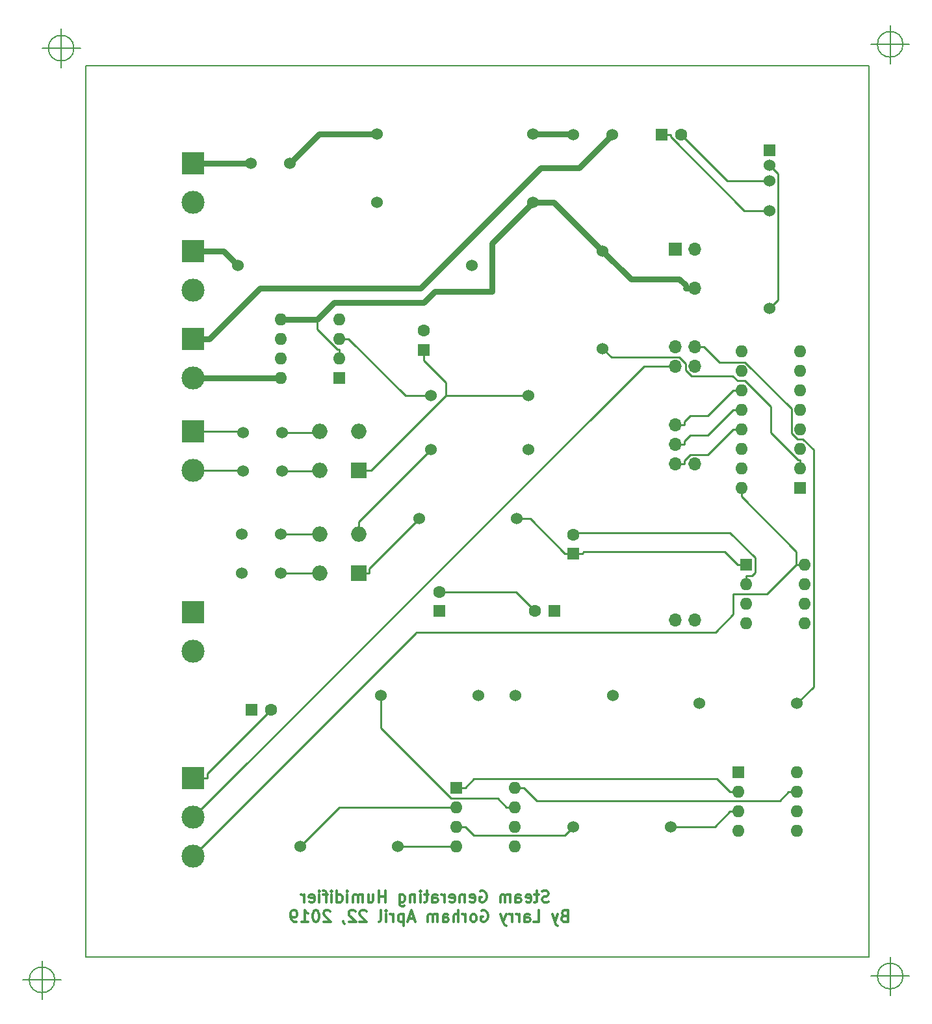
<source format=gbr>
%TF.GenerationSoftware,KiCad,Pcbnew,(5.1.0)-1*%
%TF.CreationDate,2019-04-24T14:24:48-04:00*%
%TF.ProjectId,SGschematic,53477363-6865-46d6-9174-69632e6b6963,rev?*%
%TF.SameCoordinates,Original*%
%TF.FileFunction,Copper,L2,Bot*%
%TF.FilePolarity,Positive*%
%FSLAX46Y46*%
G04 Gerber Fmt 4.6, Leading zero omitted, Abs format (unit mm)*
G04 Created by KiCad (PCBNEW (5.1.0)-1) date 2019-04-24 14:24:48*
%MOMM*%
%LPD*%
G04 APERTURE LIST*
%ADD10C,0.150000*%
%ADD11C,0.300000*%
%ADD12R,1.700000X1.700000*%
%ADD13O,1.700000X1.700000*%
%ADD14O,1.600000X1.600000*%
%ADD15R,1.600000X1.600000*%
%ADD16C,1.524000*%
%ADD17R,1.524000X1.524000*%
%ADD18C,1.600000*%
%ADD19R,2.000000X2.000000*%
%ADD20O,2.000000X2.000000*%
%ADD21C,3.000000*%
%ADD22R,3.000000X3.000000*%
%ADD23C,0.250000*%
%ADD24C,0.750000*%
%ADD25C,0.800000*%
G04 APERTURE END LIST*
D10*
X44076666Y-165160000D02*
G75*
G03X44076666Y-165160000I-1666666J0D01*
G01*
X39910000Y-165160000D02*
X44910000Y-165160000D01*
X42410000Y-162660000D02*
X42410000Y-167660000D01*
X46576666Y-43910000D02*
G75*
G03X46576666Y-43910000I-1666666J0D01*
G01*
X42410000Y-43910000D02*
X47410000Y-43910000D01*
X44910000Y-41410000D02*
X44910000Y-46410000D01*
X154576666Y-43410000D02*
G75*
G03X154576666Y-43410000I-1666666J0D01*
G01*
X150410000Y-43410000D02*
X155410000Y-43410000D01*
X152910000Y-40910000D02*
X152910000Y-45910000D01*
X154576666Y-164660000D02*
G75*
G03X154576666Y-164660000I-1666666J0D01*
G01*
X150410000Y-164660000D02*
X155410000Y-164660000D01*
X152910000Y-162160000D02*
X152910000Y-167160000D01*
D11*
X108409999Y-154992142D02*
X108195714Y-155063571D01*
X107838571Y-155063571D01*
X107695714Y-154992142D01*
X107624285Y-154920714D01*
X107552857Y-154777857D01*
X107552857Y-154635000D01*
X107624285Y-154492142D01*
X107695714Y-154420714D01*
X107838571Y-154349285D01*
X108124285Y-154277857D01*
X108267142Y-154206428D01*
X108338571Y-154135000D01*
X108409999Y-153992142D01*
X108409999Y-153849285D01*
X108338571Y-153706428D01*
X108267142Y-153635000D01*
X108124285Y-153563571D01*
X107767142Y-153563571D01*
X107552857Y-153635000D01*
X107124285Y-154063571D02*
X106552857Y-154063571D01*
X106909999Y-153563571D02*
X106909999Y-154849285D01*
X106838571Y-154992142D01*
X106695714Y-155063571D01*
X106552857Y-155063571D01*
X105481428Y-154992142D02*
X105624285Y-155063571D01*
X105909999Y-155063571D01*
X106052857Y-154992142D01*
X106124285Y-154849285D01*
X106124285Y-154277857D01*
X106052857Y-154135000D01*
X105909999Y-154063571D01*
X105624285Y-154063571D01*
X105481428Y-154135000D01*
X105409999Y-154277857D01*
X105409999Y-154420714D01*
X106124285Y-154563571D01*
X104124285Y-155063571D02*
X104124285Y-154277857D01*
X104195714Y-154135000D01*
X104338571Y-154063571D01*
X104624285Y-154063571D01*
X104767142Y-154135000D01*
X104124285Y-154992142D02*
X104267142Y-155063571D01*
X104624285Y-155063571D01*
X104767142Y-154992142D01*
X104838571Y-154849285D01*
X104838571Y-154706428D01*
X104767142Y-154563571D01*
X104624285Y-154492142D01*
X104267142Y-154492142D01*
X104124285Y-154420714D01*
X103409999Y-155063571D02*
X103409999Y-154063571D01*
X103409999Y-154206428D02*
X103338571Y-154135000D01*
X103195714Y-154063571D01*
X102981428Y-154063571D01*
X102838571Y-154135000D01*
X102767142Y-154277857D01*
X102767142Y-155063571D01*
X102767142Y-154277857D02*
X102695714Y-154135000D01*
X102552857Y-154063571D01*
X102338571Y-154063571D01*
X102195714Y-154135000D01*
X102124285Y-154277857D01*
X102124285Y-155063571D01*
X99481428Y-153635000D02*
X99624285Y-153563571D01*
X99838571Y-153563571D01*
X100052857Y-153635000D01*
X100195714Y-153777857D01*
X100267142Y-153920714D01*
X100338571Y-154206428D01*
X100338571Y-154420714D01*
X100267142Y-154706428D01*
X100195714Y-154849285D01*
X100052857Y-154992142D01*
X99838571Y-155063571D01*
X99695714Y-155063571D01*
X99481428Y-154992142D01*
X99409999Y-154920714D01*
X99409999Y-154420714D01*
X99695714Y-154420714D01*
X98195714Y-154992142D02*
X98338571Y-155063571D01*
X98624285Y-155063571D01*
X98767142Y-154992142D01*
X98838571Y-154849285D01*
X98838571Y-154277857D01*
X98767142Y-154135000D01*
X98624285Y-154063571D01*
X98338571Y-154063571D01*
X98195714Y-154135000D01*
X98124285Y-154277857D01*
X98124285Y-154420714D01*
X98838571Y-154563571D01*
X97481428Y-154063571D02*
X97481428Y-155063571D01*
X97481428Y-154206428D02*
X97409999Y-154135000D01*
X97267142Y-154063571D01*
X97052857Y-154063571D01*
X96909999Y-154135000D01*
X96838571Y-154277857D01*
X96838571Y-155063571D01*
X95552857Y-154992142D02*
X95695714Y-155063571D01*
X95981428Y-155063571D01*
X96124285Y-154992142D01*
X96195714Y-154849285D01*
X96195714Y-154277857D01*
X96124285Y-154135000D01*
X95981428Y-154063571D01*
X95695714Y-154063571D01*
X95552857Y-154135000D01*
X95481428Y-154277857D01*
X95481428Y-154420714D01*
X96195714Y-154563571D01*
X94838571Y-155063571D02*
X94838571Y-154063571D01*
X94838571Y-154349285D02*
X94767142Y-154206428D01*
X94695714Y-154135000D01*
X94552857Y-154063571D01*
X94409999Y-154063571D01*
X93267142Y-155063571D02*
X93267142Y-154277857D01*
X93338571Y-154135000D01*
X93481428Y-154063571D01*
X93767142Y-154063571D01*
X93909999Y-154135000D01*
X93267142Y-154992142D02*
X93409999Y-155063571D01*
X93767142Y-155063571D01*
X93909999Y-154992142D01*
X93981428Y-154849285D01*
X93981428Y-154706428D01*
X93909999Y-154563571D01*
X93767142Y-154492142D01*
X93409999Y-154492142D01*
X93267142Y-154420714D01*
X92767142Y-154063571D02*
X92195714Y-154063571D01*
X92552857Y-153563571D02*
X92552857Y-154849285D01*
X92481428Y-154992142D01*
X92338571Y-155063571D01*
X92195714Y-155063571D01*
X91695714Y-155063571D02*
X91695714Y-154063571D01*
X91695714Y-153563571D02*
X91767142Y-153635000D01*
X91695714Y-153706428D01*
X91624285Y-153635000D01*
X91695714Y-153563571D01*
X91695714Y-153706428D01*
X90981428Y-154063571D02*
X90981428Y-155063571D01*
X90981428Y-154206428D02*
X90909999Y-154135000D01*
X90767142Y-154063571D01*
X90552857Y-154063571D01*
X90409999Y-154135000D01*
X90338571Y-154277857D01*
X90338571Y-155063571D01*
X88981428Y-154063571D02*
X88981428Y-155277857D01*
X89052857Y-155420714D01*
X89124285Y-155492142D01*
X89267142Y-155563571D01*
X89481428Y-155563571D01*
X89624285Y-155492142D01*
X88981428Y-154992142D02*
X89124285Y-155063571D01*
X89409999Y-155063571D01*
X89552857Y-154992142D01*
X89624285Y-154920714D01*
X89695714Y-154777857D01*
X89695714Y-154349285D01*
X89624285Y-154206428D01*
X89552857Y-154135000D01*
X89409999Y-154063571D01*
X89124285Y-154063571D01*
X88981428Y-154135000D01*
X87124285Y-155063571D02*
X87124285Y-153563571D01*
X87124285Y-154277857D02*
X86267142Y-154277857D01*
X86267142Y-155063571D02*
X86267142Y-153563571D01*
X84909999Y-154063571D02*
X84909999Y-155063571D01*
X85552857Y-154063571D02*
X85552857Y-154849285D01*
X85481428Y-154992142D01*
X85338571Y-155063571D01*
X85124285Y-155063571D01*
X84981428Y-154992142D01*
X84909999Y-154920714D01*
X84195714Y-155063571D02*
X84195714Y-154063571D01*
X84195714Y-154206428D02*
X84124285Y-154135000D01*
X83981428Y-154063571D01*
X83767142Y-154063571D01*
X83624285Y-154135000D01*
X83552857Y-154277857D01*
X83552857Y-155063571D01*
X83552857Y-154277857D02*
X83481428Y-154135000D01*
X83338571Y-154063571D01*
X83124285Y-154063571D01*
X82981428Y-154135000D01*
X82909999Y-154277857D01*
X82909999Y-155063571D01*
X82195714Y-155063571D02*
X82195714Y-154063571D01*
X82195714Y-153563571D02*
X82267142Y-153635000D01*
X82195714Y-153706428D01*
X82124285Y-153635000D01*
X82195714Y-153563571D01*
X82195714Y-153706428D01*
X80838571Y-155063571D02*
X80838571Y-153563571D01*
X80838571Y-154992142D02*
X80981428Y-155063571D01*
X81267142Y-155063571D01*
X81409999Y-154992142D01*
X81481428Y-154920714D01*
X81552857Y-154777857D01*
X81552857Y-154349285D01*
X81481428Y-154206428D01*
X81409999Y-154135000D01*
X81267142Y-154063571D01*
X80981428Y-154063571D01*
X80838571Y-154135000D01*
X80124285Y-155063571D02*
X80124285Y-154063571D01*
X80124285Y-153563571D02*
X80195714Y-153635000D01*
X80124285Y-153706428D01*
X80052857Y-153635000D01*
X80124285Y-153563571D01*
X80124285Y-153706428D01*
X79624285Y-154063571D02*
X79052857Y-154063571D01*
X79409999Y-155063571D02*
X79409999Y-153777857D01*
X79338571Y-153635000D01*
X79195714Y-153563571D01*
X79052857Y-153563571D01*
X78552857Y-155063571D02*
X78552857Y-154063571D01*
X78552857Y-153563571D02*
X78624285Y-153635000D01*
X78552857Y-153706428D01*
X78481428Y-153635000D01*
X78552857Y-153563571D01*
X78552857Y-153706428D01*
X77267142Y-154992142D02*
X77409999Y-155063571D01*
X77695714Y-155063571D01*
X77838571Y-154992142D01*
X77909999Y-154849285D01*
X77909999Y-154277857D01*
X77838571Y-154135000D01*
X77695714Y-154063571D01*
X77409999Y-154063571D01*
X77267142Y-154135000D01*
X77195714Y-154277857D01*
X77195714Y-154420714D01*
X77909999Y-154563571D01*
X76552857Y-155063571D02*
X76552857Y-154063571D01*
X76552857Y-154349285D02*
X76481428Y-154206428D01*
X76409999Y-154135000D01*
X76267142Y-154063571D01*
X76124285Y-154063571D01*
X110445714Y-156827857D02*
X110231428Y-156899285D01*
X110160000Y-156970714D01*
X110088571Y-157113571D01*
X110088571Y-157327857D01*
X110160000Y-157470714D01*
X110231428Y-157542142D01*
X110374285Y-157613571D01*
X110945714Y-157613571D01*
X110945714Y-156113571D01*
X110445714Y-156113571D01*
X110302857Y-156185000D01*
X110231428Y-156256428D01*
X110160000Y-156399285D01*
X110160000Y-156542142D01*
X110231428Y-156685000D01*
X110302857Y-156756428D01*
X110445714Y-156827857D01*
X110945714Y-156827857D01*
X109588571Y-156613571D02*
X109231428Y-157613571D01*
X108874285Y-156613571D02*
X109231428Y-157613571D01*
X109374285Y-157970714D01*
X109445714Y-158042142D01*
X109588571Y-158113571D01*
X106445714Y-157613571D02*
X107160000Y-157613571D01*
X107160000Y-156113571D01*
X105302857Y-157613571D02*
X105302857Y-156827857D01*
X105374285Y-156685000D01*
X105517142Y-156613571D01*
X105802857Y-156613571D01*
X105945714Y-156685000D01*
X105302857Y-157542142D02*
X105445714Y-157613571D01*
X105802857Y-157613571D01*
X105945714Y-157542142D01*
X106017142Y-157399285D01*
X106017142Y-157256428D01*
X105945714Y-157113571D01*
X105802857Y-157042142D01*
X105445714Y-157042142D01*
X105302857Y-156970714D01*
X104588571Y-157613571D02*
X104588571Y-156613571D01*
X104588571Y-156899285D02*
X104517142Y-156756428D01*
X104445714Y-156685000D01*
X104302857Y-156613571D01*
X104160000Y-156613571D01*
X103660000Y-157613571D02*
X103660000Y-156613571D01*
X103660000Y-156899285D02*
X103588571Y-156756428D01*
X103517142Y-156685000D01*
X103374285Y-156613571D01*
X103231428Y-156613571D01*
X102874285Y-156613571D02*
X102517142Y-157613571D01*
X102160000Y-156613571D02*
X102517142Y-157613571D01*
X102660000Y-157970714D01*
X102731428Y-158042142D01*
X102874285Y-158113571D01*
X99660000Y-156185000D02*
X99802857Y-156113571D01*
X100017142Y-156113571D01*
X100231428Y-156185000D01*
X100374285Y-156327857D01*
X100445714Y-156470714D01*
X100517142Y-156756428D01*
X100517142Y-156970714D01*
X100445714Y-157256428D01*
X100374285Y-157399285D01*
X100231428Y-157542142D01*
X100017142Y-157613571D01*
X99874285Y-157613571D01*
X99660000Y-157542142D01*
X99588571Y-157470714D01*
X99588571Y-156970714D01*
X99874285Y-156970714D01*
X98731428Y-157613571D02*
X98874285Y-157542142D01*
X98945714Y-157470714D01*
X99017142Y-157327857D01*
X99017142Y-156899285D01*
X98945714Y-156756428D01*
X98874285Y-156685000D01*
X98731428Y-156613571D01*
X98517142Y-156613571D01*
X98374285Y-156685000D01*
X98302857Y-156756428D01*
X98231428Y-156899285D01*
X98231428Y-157327857D01*
X98302857Y-157470714D01*
X98374285Y-157542142D01*
X98517142Y-157613571D01*
X98731428Y-157613571D01*
X97588571Y-157613571D02*
X97588571Y-156613571D01*
X97588571Y-156899285D02*
X97517142Y-156756428D01*
X97445714Y-156685000D01*
X97302857Y-156613571D01*
X97160000Y-156613571D01*
X96660000Y-157613571D02*
X96660000Y-156113571D01*
X96017142Y-157613571D02*
X96017142Y-156827857D01*
X96088571Y-156685000D01*
X96231428Y-156613571D01*
X96445714Y-156613571D01*
X96588571Y-156685000D01*
X96660000Y-156756428D01*
X94660000Y-157613571D02*
X94660000Y-156827857D01*
X94731428Y-156685000D01*
X94874285Y-156613571D01*
X95160000Y-156613571D01*
X95302857Y-156685000D01*
X94660000Y-157542142D02*
X94802857Y-157613571D01*
X95160000Y-157613571D01*
X95302857Y-157542142D01*
X95374285Y-157399285D01*
X95374285Y-157256428D01*
X95302857Y-157113571D01*
X95160000Y-157042142D01*
X94802857Y-157042142D01*
X94660000Y-156970714D01*
X93945714Y-157613571D02*
X93945714Y-156613571D01*
X93945714Y-156756428D02*
X93874285Y-156685000D01*
X93731428Y-156613571D01*
X93517142Y-156613571D01*
X93374285Y-156685000D01*
X93302857Y-156827857D01*
X93302857Y-157613571D01*
X93302857Y-156827857D02*
X93231428Y-156685000D01*
X93088571Y-156613571D01*
X92874285Y-156613571D01*
X92731428Y-156685000D01*
X92660000Y-156827857D01*
X92660000Y-157613571D01*
X90874285Y-157185000D02*
X90160000Y-157185000D01*
X91017142Y-157613571D02*
X90517142Y-156113571D01*
X90017142Y-157613571D01*
X89517142Y-156613571D02*
X89517142Y-158113571D01*
X89517142Y-156685000D02*
X89374285Y-156613571D01*
X89088571Y-156613571D01*
X88945714Y-156685000D01*
X88874285Y-156756428D01*
X88802857Y-156899285D01*
X88802857Y-157327857D01*
X88874285Y-157470714D01*
X88945714Y-157542142D01*
X89088571Y-157613571D01*
X89374285Y-157613571D01*
X89517142Y-157542142D01*
X88160000Y-157613571D02*
X88160000Y-156613571D01*
X88160000Y-156899285D02*
X88088571Y-156756428D01*
X88017142Y-156685000D01*
X87874285Y-156613571D01*
X87731428Y-156613571D01*
X87231428Y-157613571D02*
X87231428Y-156613571D01*
X87231428Y-156113571D02*
X87302857Y-156185000D01*
X87231428Y-156256428D01*
X87160000Y-156185000D01*
X87231428Y-156113571D01*
X87231428Y-156256428D01*
X86302857Y-157613571D02*
X86445714Y-157542142D01*
X86517142Y-157399285D01*
X86517142Y-156113571D01*
X84660000Y-156256428D02*
X84588571Y-156185000D01*
X84445714Y-156113571D01*
X84088571Y-156113571D01*
X83945714Y-156185000D01*
X83874285Y-156256428D01*
X83802857Y-156399285D01*
X83802857Y-156542142D01*
X83874285Y-156756428D01*
X84731428Y-157613571D01*
X83802857Y-157613571D01*
X83231428Y-156256428D02*
X83160000Y-156185000D01*
X83017142Y-156113571D01*
X82660000Y-156113571D01*
X82517142Y-156185000D01*
X82445714Y-156256428D01*
X82374285Y-156399285D01*
X82374285Y-156542142D01*
X82445714Y-156756428D01*
X83302857Y-157613571D01*
X82374285Y-157613571D01*
X81660000Y-157542142D02*
X81660000Y-157613571D01*
X81731428Y-157756428D01*
X81802857Y-157827857D01*
X79945714Y-156256428D02*
X79874285Y-156185000D01*
X79731428Y-156113571D01*
X79374285Y-156113571D01*
X79231428Y-156185000D01*
X79160000Y-156256428D01*
X79088571Y-156399285D01*
X79088571Y-156542142D01*
X79160000Y-156756428D01*
X80017142Y-157613571D01*
X79088571Y-157613571D01*
X78160000Y-156113571D02*
X78017142Y-156113571D01*
X77874285Y-156185000D01*
X77802857Y-156256428D01*
X77731428Y-156399285D01*
X77660000Y-156685000D01*
X77660000Y-157042142D01*
X77731428Y-157327857D01*
X77802857Y-157470714D01*
X77874285Y-157542142D01*
X78017142Y-157613571D01*
X78160000Y-157613571D01*
X78302857Y-157542142D01*
X78374285Y-157470714D01*
X78445714Y-157327857D01*
X78517142Y-157042142D01*
X78517142Y-156685000D01*
X78445714Y-156399285D01*
X78374285Y-156256428D01*
X78302857Y-156185000D01*
X78160000Y-156113571D01*
X76231428Y-157613571D02*
X77088571Y-157613571D01*
X76660000Y-157613571D02*
X76660000Y-156113571D01*
X76802857Y-156327857D01*
X76945714Y-156470714D01*
X77088571Y-156542142D01*
X75517142Y-157613571D02*
X75231428Y-157613571D01*
X75088571Y-157542142D01*
X75017142Y-157470714D01*
X74874285Y-157256428D01*
X74802857Y-156970714D01*
X74802857Y-156399285D01*
X74874285Y-156256428D01*
X74945714Y-156185000D01*
X75088571Y-156113571D01*
X75374285Y-156113571D01*
X75517142Y-156185000D01*
X75588571Y-156256428D01*
X75660000Y-156399285D01*
X75660000Y-156756428D01*
X75588571Y-156899285D01*
X75517142Y-156970714D01*
X75374285Y-157042142D01*
X75088571Y-157042142D01*
X74945714Y-156970714D01*
X74874285Y-156899285D01*
X74802857Y-156756428D01*
D10*
X48160000Y-162160000D02*
X48160000Y-46160000D01*
X150160000Y-162160000D02*
X48160000Y-162160000D01*
X150160000Y-46160000D02*
X150160000Y-162160000D01*
X48160000Y-46160000D02*
X150160000Y-46160000D01*
D12*
X124890000Y-70030000D03*
D13*
X127430000Y-70030000D03*
X127430000Y-75110000D03*
X124890000Y-82730000D03*
X127430000Y-82730000D03*
X124890000Y-85270000D03*
X127430000Y-85270000D03*
X124890000Y-92890000D03*
X124890000Y-95430000D03*
X124890000Y-97970000D03*
X127430000Y-97970000D03*
X124890000Y-118290000D03*
X127430000Y-118290000D03*
D14*
X141780000Y-111160000D03*
X134160000Y-118780000D03*
X141780000Y-113700000D03*
X134160000Y-116240000D03*
X141780000Y-116240000D03*
X134160000Y-113700000D03*
X141780000Y-118780000D03*
D15*
X134160000Y-111160000D03*
D16*
X137160000Y-59160000D03*
D17*
X137160000Y-57160000D03*
D16*
X137160000Y-61160000D03*
X106400000Y-55050000D03*
X106400000Y-63940000D03*
X86080000Y-55050000D03*
X86080000Y-63940000D03*
X68620000Y-98910000D03*
X73700000Y-98910000D03*
D18*
X92160000Y-80660000D03*
D15*
X92160000Y-83160000D03*
D14*
X73560000Y-86800000D03*
X81180000Y-79180000D03*
X73560000Y-84260000D03*
X81180000Y-81720000D03*
X73560000Y-81720000D03*
X81180000Y-84260000D03*
X73560000Y-79180000D03*
D15*
X81180000Y-86800000D03*
D14*
X140780000Y-138160000D03*
X133160000Y-145780000D03*
X140780000Y-140700000D03*
X133160000Y-143240000D03*
X140780000Y-143240000D03*
X133160000Y-140700000D03*
X140780000Y-145780000D03*
D15*
X133160000Y-138160000D03*
D18*
X94160000Y-114660000D03*
D15*
X94160000Y-117160000D03*
D18*
X72250000Y-129980000D03*
D15*
X69750000Y-129980000D03*
D18*
X111660000Y-107200000D03*
D15*
X111660000Y-109700000D03*
D18*
X106660000Y-117160000D03*
D15*
X109160000Y-117160000D03*
D18*
X125660000Y-55160000D03*
D15*
X123160000Y-55160000D03*
D14*
X133540000Y-101160000D03*
X141160000Y-83380000D03*
X133540000Y-98620000D03*
X141160000Y-85920000D03*
X133540000Y-96080000D03*
X141160000Y-88460000D03*
X133540000Y-93540000D03*
X141160000Y-91000000D03*
X133540000Y-91000000D03*
X141160000Y-93540000D03*
X133540000Y-88460000D03*
X141160000Y-96080000D03*
X133540000Y-85920000D03*
X141160000Y-98620000D03*
X133540000Y-83380000D03*
D15*
X141160000Y-101160000D03*
D16*
X68480000Y-112200000D03*
X73560000Y-112200000D03*
X111620000Y-55160000D03*
X116700000Y-55160000D03*
X68620000Y-93910000D03*
X73700000Y-93910000D03*
X69620000Y-58860000D03*
X74700000Y-58860000D03*
X68480000Y-107120000D03*
X73560000Y-107120000D03*
X67920000Y-72160000D03*
X98400000Y-72160000D03*
X137160000Y-77780000D03*
X137160000Y-65080000D03*
X115470000Y-70290000D03*
X115470000Y-82990000D03*
X105780000Y-96160000D03*
X93080000Y-96160000D03*
X86540000Y-128160000D03*
X99240000Y-128160000D03*
X76100000Y-147760000D03*
X88800000Y-147760000D03*
X111660000Y-145220000D03*
X124360000Y-145220000D03*
X140780000Y-129160000D03*
X128080000Y-129160000D03*
X91540000Y-105160000D03*
X104240000Y-105160000D03*
X105780000Y-89160000D03*
X93080000Y-89160000D03*
X116780000Y-128160000D03*
X104080000Y-128160000D03*
D19*
X83720000Y-112200000D03*
D20*
X78640000Y-107120000D03*
X83720000Y-107120000D03*
X78640000Y-112200000D03*
D19*
X83720000Y-98865000D03*
D20*
X78640000Y-93785000D03*
X83720000Y-93785000D03*
X78640000Y-98865000D03*
D21*
X62130000Y-63940000D03*
D22*
X62130000Y-58860000D03*
D21*
X62130000Y-75370000D03*
D22*
X62130000Y-70290000D03*
D21*
X62130000Y-86800000D03*
D22*
X62130000Y-81720000D03*
D21*
X62130000Y-98865000D03*
D22*
X62130000Y-93785000D03*
D21*
X62130000Y-122360000D03*
D22*
X62130000Y-117280000D03*
D21*
X62130000Y-149030000D03*
X62130000Y-143950000D03*
D22*
X62130000Y-138870000D03*
D14*
X104040000Y-140140000D03*
X96420000Y-147760000D03*
X104040000Y-142680000D03*
X96420000Y-145220000D03*
X104040000Y-145220000D03*
X96420000Y-142680000D03*
X104040000Y-147760000D03*
D15*
X96420000Y-140140000D03*
D23*
X137160000Y-77780000D02*
X138249400Y-76690600D01*
X138249400Y-76690600D02*
X138249400Y-60249400D01*
X138249400Y-60249400D02*
X137160000Y-59160000D01*
D24*
X127430000Y-75110000D02*
X126254700Y-75110000D01*
D23*
X126254700Y-75110000D02*
X126254700Y-74742600D01*
D24*
X126254700Y-74742600D02*
X125446800Y-73934700D01*
X125446800Y-73934700D02*
X119114700Y-73934700D01*
X119114700Y-73934700D02*
X115470000Y-70290000D01*
X115470000Y-70290000D02*
X109120000Y-63940000D01*
X109120000Y-63940000D02*
X106400000Y-63940000D01*
X73560000Y-79180000D02*
X74685300Y-79180000D01*
D23*
X106660000Y-117160000D02*
X104160000Y-114660000D01*
X104160000Y-114660000D02*
X94160000Y-114660000D01*
X96420000Y-140140000D02*
X97545300Y-140140000D01*
X133160000Y-140700000D02*
X132034700Y-140700000D01*
X132034700Y-140700000D02*
X130349400Y-139014700D01*
X130349400Y-139014700D02*
X98670600Y-139014700D01*
X98670600Y-139014700D02*
X97545300Y-140140000D01*
X62130000Y-138870000D02*
X63955300Y-138870000D01*
X63955300Y-138870000D02*
X63955300Y-138274700D01*
X63955300Y-138274700D02*
X72250000Y-129980000D01*
D25*
X93570000Y-75590000D02*
X101010000Y-75590000D01*
X101010000Y-69330000D02*
X106400000Y-63940000D01*
X101010000Y-75590000D02*
X101010000Y-69330000D01*
X74685300Y-79180000D02*
X78260000Y-79180000D01*
X80430000Y-77010000D02*
X92150000Y-77010000D01*
X78260000Y-79180000D02*
X80430000Y-77010000D01*
X92150000Y-77010000D02*
X93570000Y-75590000D01*
D23*
X81180000Y-83134700D02*
X81180000Y-84260000D01*
X80898600Y-83134700D02*
X81180000Y-83134700D01*
X78260000Y-79180000D02*
X78260000Y-80496100D01*
X78260000Y-80496100D02*
X80898600Y-83134700D01*
X131660000Y-61160000D02*
X137160000Y-61160000D01*
X125660000Y-55160000D02*
X131660000Y-61160000D01*
D25*
X64230300Y-81720000D02*
X70820400Y-75129900D01*
X70820400Y-75129900D02*
X91758000Y-75129900D01*
X91758000Y-75129900D02*
X107381700Y-59506200D01*
X107381700Y-59506200D02*
X112353800Y-59506200D01*
X112353800Y-59506200D02*
X116700000Y-55160000D01*
X62130000Y-81720000D02*
X64230300Y-81720000D01*
D23*
X96420000Y-142680000D02*
X81180000Y-142680000D01*
X81180000Y-142680000D02*
X76100000Y-147760000D01*
X104040000Y-142680000D02*
X102914700Y-142680000D01*
X86540000Y-128160000D02*
X86540000Y-132381100D01*
X86540000Y-132381100D02*
X95713600Y-141554700D01*
X95713600Y-141554700D02*
X101789400Y-141554700D01*
X101789400Y-141554700D02*
X102914700Y-142680000D01*
X96420000Y-145220000D02*
X97545300Y-145220000D01*
X111660000Y-145220000D02*
X110534700Y-146345300D01*
X110534700Y-146345300D02*
X98670600Y-146345300D01*
X98670600Y-146345300D02*
X97545300Y-145220000D01*
X140780000Y-140700000D02*
X139654700Y-140700000D01*
X104040000Y-140140000D02*
X105165300Y-140140000D01*
X105165300Y-140140000D02*
X106850600Y-141825300D01*
X106850600Y-141825300D02*
X138529400Y-141825300D01*
X138529400Y-141825300D02*
X139654700Y-140700000D01*
X88800000Y-147760000D02*
X96420000Y-147760000D01*
X133160000Y-143240000D02*
X132034700Y-143240000D01*
X124360000Y-145220000D02*
X130054700Y-145220000D01*
X130054700Y-145220000D02*
X132034700Y-143240000D01*
X111660000Y-109700000D02*
X110534700Y-109700000D01*
X104240000Y-105160000D02*
X105994700Y-105160000D01*
X105994700Y-105160000D02*
X110534700Y-109700000D01*
X111660000Y-109700000D02*
X112785300Y-109700000D01*
X134160000Y-111160000D02*
X133034700Y-111160000D01*
X133034700Y-111160000D02*
X131349700Y-109475000D01*
X131349700Y-109475000D02*
X113010300Y-109475000D01*
X113010300Y-109475000D02*
X112785300Y-109700000D01*
X83720000Y-107120000D02*
X83720000Y-105520000D01*
X83720000Y-105520000D02*
X93080000Y-96160000D01*
X134160000Y-113700000D02*
X134160000Y-112574700D01*
X134160000Y-112574700D02*
X134863300Y-112574700D01*
X134863300Y-112574700D02*
X135285400Y-112152600D01*
X135285400Y-112152600D02*
X135285400Y-110223000D01*
X135285400Y-110223000D02*
X132007400Y-106945000D01*
X132007400Y-106945000D02*
X111915000Y-106945000D01*
X111915000Y-106945000D02*
X111660000Y-107200000D01*
X141160000Y-98620000D02*
X141160000Y-97494700D01*
X115470000Y-82990000D02*
X116574600Y-84094600D01*
X116574600Y-84094600D02*
X125415600Y-84094600D01*
X125415600Y-84094600D02*
X126254600Y-84933600D01*
X126254600Y-84933600D02*
X126254600Y-85795600D01*
X126254600Y-85795600D02*
X126999000Y-86540000D01*
X126999000Y-86540000D02*
X132359800Y-86540000D01*
X132359800Y-86540000D02*
X133009800Y-87190000D01*
X133009800Y-87190000D02*
X133941100Y-87190000D01*
X133941100Y-87190000D02*
X137350000Y-90598900D01*
X137350000Y-90598900D02*
X137350000Y-93966000D01*
X137350000Y-93966000D02*
X140878700Y-97494700D01*
X140878700Y-97494700D02*
X141160000Y-97494700D01*
X133540000Y-101160000D02*
X133540000Y-102285300D01*
X133540000Y-102285300D02*
X140654700Y-109400000D01*
X140654700Y-109400000D02*
X140654700Y-111160000D01*
X141780000Y-111160000D02*
X140654700Y-111160000D01*
X136844700Y-114970000D02*
X140654700Y-111160000D01*
X132469500Y-114970000D02*
X136844700Y-114970000D01*
X62130000Y-149030000D02*
X90418400Y-120741600D01*
X91160000Y-119910000D02*
X130160000Y-119910000D01*
X130160000Y-119910000D02*
X132469500Y-117600500D01*
X132469500Y-117600500D02*
X132469500Y-114970000D01*
X91160000Y-120000000D02*
X90418400Y-120741600D01*
X91160000Y-119910000D02*
X91160000Y-120000000D01*
D24*
X62130000Y-86800000D02*
X73560000Y-86800000D01*
D23*
X123160000Y-55160000D02*
X124285300Y-55160000D01*
X137160000Y-65080000D02*
X133924000Y-65080000D01*
X133924000Y-65080000D02*
X124285300Y-55441300D01*
X124285300Y-55441300D02*
X124285300Y-55160000D01*
X62130000Y-143950000D02*
X120810000Y-85270000D01*
X120810000Y-85270000D02*
X124890000Y-85270000D01*
X78595000Y-98910000D02*
X78640000Y-98865000D01*
X73700000Y-98910000D02*
X78595000Y-98910000D01*
X68495000Y-93785000D02*
X68620000Y-93910000D01*
X62130000Y-93785000D02*
X68495000Y-93785000D01*
D25*
X62130000Y-70290000D02*
X66050000Y-70290000D01*
X66050000Y-70290000D02*
X67920000Y-72160000D01*
X62130000Y-58860000D02*
X69620000Y-58860000D01*
D23*
X127430000Y-82730000D02*
X128605300Y-82730000D01*
X140780000Y-129160000D02*
X142926300Y-127013700D01*
X142926300Y-127013700D02*
X142926300Y-96189700D01*
X142926300Y-96189700D02*
X141546600Y-94810000D01*
X141546600Y-94810000D02*
X140790600Y-94810000D01*
X140790600Y-94810000D02*
X140034700Y-94054100D01*
X140034700Y-94054100D02*
X140034700Y-90822300D01*
X140034700Y-90822300D02*
X134007000Y-84794600D01*
X134007000Y-84794600D02*
X130669900Y-84794600D01*
X130669900Y-84794600D02*
X128605300Y-82730000D01*
D25*
X86080000Y-55050000D02*
X78510000Y-55050000D01*
X78510000Y-55050000D02*
X74700000Y-58860000D01*
D23*
X83720000Y-112200000D02*
X85045300Y-112200000D01*
X85045300Y-112200000D02*
X85045300Y-111654700D01*
X85045300Y-111654700D02*
X91540000Y-105160000D01*
X92160000Y-83160000D02*
X92160000Y-84560300D01*
X95025300Y-89160000D02*
X105780000Y-89160000D01*
X85320300Y-98865000D02*
X95025300Y-89160000D01*
X95025300Y-89160000D02*
X95025300Y-87425600D01*
X95025300Y-87425600D02*
X92160000Y-84560300D01*
X83720000Y-98865000D02*
X85320300Y-98865000D01*
X124890000Y-92890000D02*
X126065300Y-92890000D01*
X133540000Y-88460000D02*
X132414700Y-88460000D01*
X132414700Y-88460000D02*
X129160000Y-91714700D01*
X129160000Y-91714700D02*
X126873200Y-91714700D01*
X126873200Y-91714700D02*
X126065300Y-92522600D01*
X126065300Y-92522600D02*
X126065300Y-92890000D01*
X124890000Y-95430000D02*
X126065300Y-95430000D01*
X133540000Y-91000000D02*
X132414700Y-91000000D01*
X132414700Y-91000000D02*
X129160000Y-94254700D01*
X129160000Y-94254700D02*
X126873200Y-94254700D01*
X126873200Y-94254700D02*
X126065300Y-95062600D01*
X126065300Y-95062600D02*
X126065300Y-95430000D01*
X124890000Y-97970000D02*
X126065300Y-97970000D01*
X133540000Y-93540000D02*
X132414700Y-93540000D01*
X132414700Y-93540000D02*
X129160000Y-96794700D01*
X129160000Y-96794700D02*
X126873200Y-96794700D01*
X126873200Y-96794700D02*
X126065300Y-97602600D01*
X126065300Y-97602600D02*
X126065300Y-97970000D01*
X78640000Y-112200000D02*
X73560000Y-112200000D01*
X78640000Y-107120000D02*
X73560000Y-107120000D01*
X78515000Y-93910000D02*
X78640000Y-93785000D01*
X73700000Y-93910000D02*
X78515000Y-93910000D01*
X86080000Y-63940000D02*
X85622300Y-63482300D01*
X62587700Y-63482300D02*
X62130000Y-63940000D01*
D25*
X106400000Y-55050000D02*
X111510000Y-55050000D01*
X111510000Y-55050000D02*
X111620000Y-55160000D01*
D23*
X62130000Y-98865000D02*
X62756500Y-98238500D01*
X68575000Y-98865000D02*
X68620000Y-98910000D01*
X62130000Y-98865000D02*
X68575000Y-98865000D01*
X81180000Y-81720000D02*
X82305300Y-81720000D01*
X93080000Y-89160000D02*
X89745300Y-89160000D01*
X89745300Y-89160000D02*
X82305300Y-81720000D01*
M02*

</source>
